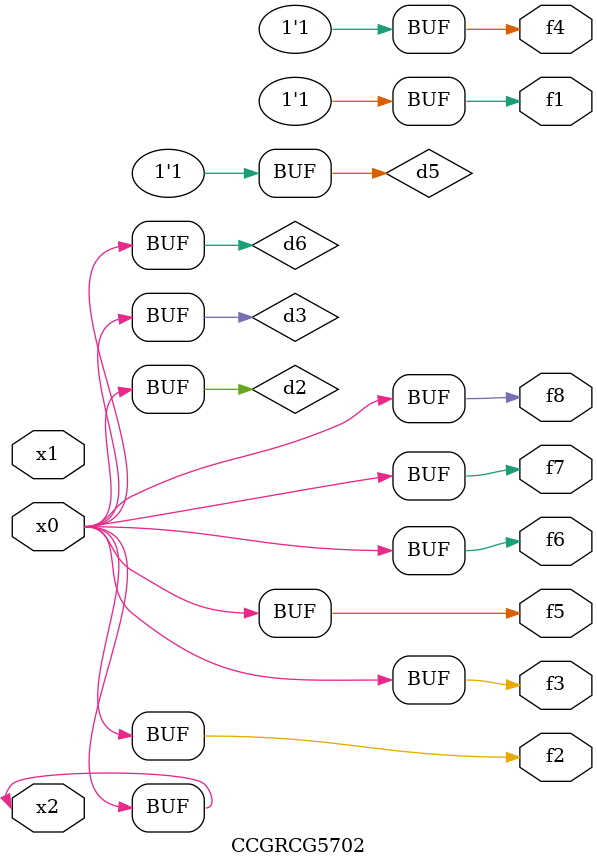
<source format=v>
module CCGRCG5702(
	input x0, x1, x2,
	output f1, f2, f3, f4, f5, f6, f7, f8
);

	wire d1, d2, d3, d4, d5, d6;

	xnor (d1, x2);
	buf (d2, x0, x2);
	and (d3, x0);
	xnor (d4, x1, x2);
	nand (d5, d1, d3);
	buf (d6, d2, d3);
	assign f1 = d5;
	assign f2 = d6;
	assign f3 = d6;
	assign f4 = d5;
	assign f5 = d6;
	assign f6 = d6;
	assign f7 = d6;
	assign f8 = d6;
endmodule

</source>
